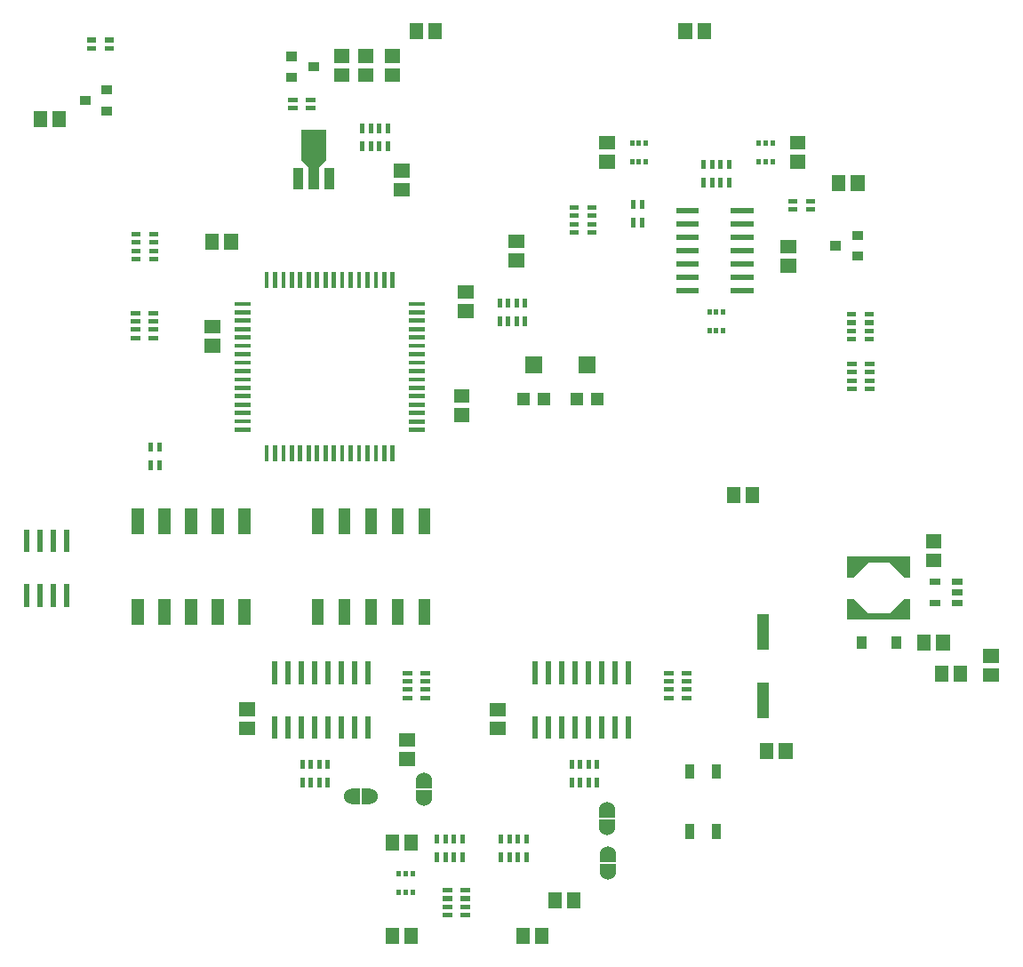
<source format=gbr>
G04 start of page 10 for group -4015 idx -4015 *
G04 Title: (unknown), toppaste *
G04 Creator: pcb 20140316 *
G04 CreationDate: Sat 17 Sep 2016 09:25:40 PM GMT UTC *
G04 For: ndholmes *
G04 Format: Gerber/RS-274X *
G04 PCB-Dimensions (mil): 3900.00 3600.00 *
G04 PCB-Coordinate-Origin: lower left *
%MOIN*%
%FSLAX25Y25*%
%LNTOPPASTE*%
%ADD125R,0.0300X0.0300*%
%ADD124C,0.0600*%
%ADD123R,0.0240X0.0240*%
%ADD122R,0.0230X0.0230*%
%ADD121R,0.0360X0.0360*%
%ADD120R,0.0630X0.0630*%
%ADD119R,0.0470X0.0470*%
%ADD118R,0.0157X0.0157*%
%ADD117C,0.0001*%
%ADD116R,0.0945X0.0945*%
%ADD115R,0.0378X0.0378*%
%ADD114R,0.0440X0.0440*%
%ADD113R,0.0430X0.0430*%
%ADD112R,0.0310X0.0310*%
%ADD111R,0.0165X0.0165*%
%ADD110R,0.0200X0.0200*%
%ADD109R,0.0340X0.0340*%
%ADD108R,0.0167X0.0167*%
%ADD107R,0.0512X0.0512*%
G54D107*X155021Y297586D02*X155807D01*
X155021Y290500D02*X155807D01*
X132650Y340543D02*X133436D01*
X132650Y333457D02*X133436D01*
X299543Y80393D02*Y79607D01*
X292457Y80393D02*Y79607D01*
X157107Y76957D02*X157893D01*
X157107Y84043D02*X157893D01*
G54D108*X150224Y314283D02*Y312413D01*
X147075Y314283D02*Y312413D01*
X143925Y314283D02*Y312413D01*
X140776Y314283D02*Y312413D01*
Y307587D02*Y305717D01*
X143925Y307587D02*Y305717D01*
X147075Y307587D02*Y305717D01*
X150224Y307587D02*Y305717D01*
G54D107*X159043Y10893D02*Y10107D01*
X151957Y10893D02*Y10107D01*
X159043Y45893D02*Y45107D01*
X151957Y45893D02*Y45107D01*
G54D108*X61413Y234776D02*X63283D01*
X61413Y237925D02*X63283D01*
X61413Y241075D02*X63283D01*
X61413Y244224D02*X63283D01*
X54717D02*X56587D01*
X54717Y241075D02*X56587D01*
X54717Y237925D02*X56587D01*
X54717Y234776D02*X56587D01*
G54D109*X114000Y340400D02*X114600D01*
X114000Y332600D02*X114600D01*
X122200Y336500D02*X122800D01*
X44700Y320000D02*X45300D01*
X44700Y327800D02*X45300D01*
X36500Y323900D02*X37100D01*
G54D108*X38217Y346575D02*X40087D01*
X38217Y343425D02*X40087D01*
X44913D02*X46783D01*
X44913Y346575D02*X46783D01*
X113717Y324075D02*X115587D01*
X113717Y320925D02*X115587D01*
X120413D02*X122283D01*
X120413Y324075D02*X122283D01*
G54D107*X198107Y271000D02*X198893D01*
X198107Y263914D02*X198893D01*
G54D108*X163413Y99776D02*X165283D01*
X163413Y102925D02*X165283D01*
X163413Y106075D02*X165283D01*
X163413Y109224D02*X165283D01*
X156717D02*X158587D01*
X156717Y106075D02*X158587D01*
X156717Y102925D02*X158587D01*
X156717Y99776D02*X158587D01*
G54D107*X97107Y88457D02*X97893D01*
X97107Y95543D02*X97893D01*
G54D110*X108000Y92000D02*Y85500D01*
X113000Y92000D02*Y85500D01*
X118000Y92000D02*Y85500D01*
X123000Y92000D02*Y85500D01*
X128000Y92000D02*Y85500D01*
X133000Y92000D02*Y85500D01*
X138000Y92000D02*Y85500D01*
X143000Y92000D02*Y85500D01*
Y112500D02*Y106000D01*
X138000Y112500D02*Y106000D01*
X133000Y112500D02*Y106000D01*
X128000Y112500D02*Y106000D01*
X123000Y112500D02*Y106000D01*
X118000Y112500D02*Y106000D01*
X113000Y112500D02*Y106000D01*
X108000Y112500D02*Y106000D01*
G54D107*X351414Y120893D02*Y120107D01*
X358500Y120893D02*Y120107D01*
G54D108*X202224Y47783D02*Y45913D01*
X199075Y47783D02*Y45913D01*
X195925Y47783D02*Y45913D01*
X192776Y47783D02*Y45913D01*
Y41087D02*Y39217D01*
X195925Y41087D02*Y39217D01*
X199075Y41087D02*Y39217D01*
X202224Y41087D02*Y39217D01*
X178224Y47783D02*Y45913D01*
X175075Y47783D02*Y45913D01*
X171925Y47783D02*Y45913D01*
X168776Y47783D02*Y45913D01*
Y41087D02*Y39217D01*
X171925Y41087D02*Y39217D01*
X175075Y41087D02*Y39217D01*
X178224Y41087D02*Y39217D01*
G54D107*X151607Y340586D02*X152393D01*
X151607Y333500D02*X152393D01*
G54D108*X61565Y264351D02*X63435D01*
X61565Y267500D02*X63435D01*
X61565Y270650D02*X63435D01*
X61565Y273799D02*X63435D01*
X54869D02*X56739D01*
X54869Y270650D02*X56739D01*
X54869Y267500D02*X56739D01*
X54869Y264351D02*X56739D01*
G54D107*X319414Y293393D02*Y292607D01*
X326500Y293393D02*Y292607D01*
X141607Y340543D02*X142393D01*
X141607Y333457D02*X142393D01*
G54D108*X201724Y248783D02*Y246913D01*
X198575Y248783D02*Y246913D01*
X195425Y248783D02*Y246913D01*
X192276Y248783D02*Y246913D01*
Y242087D02*Y240217D01*
X195425Y242087D02*Y240217D01*
X198575Y242087D02*Y240217D01*
X201724Y242087D02*Y240217D01*
G54D107*X300107Y269000D02*X300893D01*
X300107Y261914D02*X300893D01*
X177607Y205914D02*X178393D01*
X177607Y213000D02*X178393D01*
X160957Y350350D02*Y349564D01*
X168043Y350350D02*Y349564D01*
X261914Y350393D02*Y349607D01*
X269000Y350393D02*Y349607D01*
X303607Y308043D02*X304393D01*
X303607Y300957D02*X304393D01*
G54D108*X225985Y274400D02*X227855D01*
X225985Y277549D02*X227855D01*
X225985Y280699D02*X227855D01*
X225985Y283848D02*X227855D01*
X219289D02*X221159D01*
X219289Y280699D02*X221159D01*
X219289Y277549D02*X221159D01*
X219289Y274400D02*X221159D01*
G54D111*X270940Y237713D02*Y237260D01*
X273500Y237713D02*Y237260D01*
X276060Y237713D02*Y237260D01*
Y244740D02*Y244287D01*
X273500Y244740D02*Y244287D01*
X270940Y244740D02*Y244287D01*
X241940Y301213D02*Y300760D01*
X244500Y301213D02*Y300760D01*
X247060Y301213D02*Y300760D01*
Y308240D02*Y307787D01*
X244500Y308240D02*Y307787D01*
X241940Y308240D02*Y307787D01*
G54D108*X307913Y282925D02*X309783D01*
X307913Y286075D02*X309783D01*
X301217D02*X303087D01*
X301217Y282925D02*X303087D01*
G54D110*X280000Y252500D02*X286500D01*
X280000Y257500D02*X286500D01*
X280000Y262500D02*X286500D01*
X280000Y267500D02*X286500D01*
X280000Y272500D02*X286500D01*
X280000Y277500D02*X286500D01*
X280000Y282500D02*X286500D01*
X259500D02*X266000D01*
X259500Y277500D02*X266000D01*
X259500Y272500D02*X266000D01*
X259500Y267500D02*X266000D01*
X259500Y262500D02*X266000D01*
X259500Y257500D02*X266000D01*
X259500Y252500D02*X266000D01*
G54D108*X278224Y300783D02*Y298913D01*
X275075Y300783D02*Y298913D01*
X271925Y300783D02*Y298913D01*
X268776Y300783D02*Y298913D01*
Y294087D02*Y292217D01*
X271925Y294087D02*Y292217D01*
X275075Y294087D02*Y292217D01*
X278224Y294087D02*Y292217D01*
G54D107*X232107Y308000D02*X232893D01*
X232107Y300914D02*X232893D01*
G54D108*X127724Y75783D02*Y73913D01*
X124575Y75783D02*Y73913D01*
X121425Y75783D02*Y73913D01*
X118276Y75783D02*Y73913D01*
Y69087D02*Y67217D01*
X121425Y69087D02*Y67217D01*
X124575Y69087D02*Y67217D01*
X127724Y69087D02*Y67217D01*
G54D112*X263500Y50950D02*Y48550D01*
X273500Y50950D02*Y48550D01*
Y73450D02*Y71050D01*
X263500Y73450D02*Y71050D01*
G54D107*X191107Y88414D02*X191893D01*
X191107Y95500D02*X191893D01*
G54D110*X205500Y92000D02*Y85500D01*
X210500Y92000D02*Y85500D01*
X215500Y92000D02*Y85500D01*
X220500Y92000D02*Y85500D01*
X225500Y92000D02*Y85500D01*
X230500Y92000D02*Y85500D01*
X235500Y92000D02*Y85500D01*
X240500Y92000D02*Y85500D01*
Y112500D02*Y106000D01*
X235500Y112500D02*Y106000D01*
X230500Y112500D02*Y106000D01*
X225500Y112500D02*Y106000D01*
X220500Y112500D02*Y106000D01*
X215500Y112500D02*Y106000D01*
X210500Y112500D02*Y106000D01*
X205500Y112500D02*Y106000D01*
G54D108*X261413Y99776D02*X263283D01*
X261413Y102925D02*X263283D01*
X261413Y106075D02*X263283D01*
X261413Y109224D02*X263283D01*
X254717D02*X256587D01*
X254717Y106075D02*X256587D01*
X254717Y102925D02*X256587D01*
X254717Y99776D02*X256587D01*
X228724Y75783D02*Y73913D01*
X225575Y75783D02*Y73913D01*
X222425Y75783D02*Y73913D01*
X219276Y75783D02*Y73913D01*
Y69087D02*Y67217D01*
X222425Y69087D02*Y67217D01*
X225575Y69087D02*Y67217D01*
X228724Y69087D02*Y67217D01*
G54D113*X291000Y103500D02*Y94500D01*
Y129100D02*Y120000D01*
G54D114*X124000Y134650D02*Y129450D01*
Y168550D02*Y163350D01*
X134000Y134650D02*Y129450D01*
Y168550D02*Y163350D01*
X144000Y134650D02*Y129450D01*
Y168550D02*Y163350D01*
X154000Y134650D02*Y129450D01*
Y168550D02*Y163350D01*
X164000Y134650D02*Y129450D01*
Y168550D02*Y163350D01*
G54D107*X84107Y239043D02*X84893D01*
X84107Y231957D02*X84893D01*
X279957Y176393D02*Y175607D01*
X287043Y176393D02*Y175607D01*
X179107Y244957D02*X179893D01*
X179107Y252043D02*X179893D01*
X84457Y271393D02*Y270607D01*
X91543Y271393D02*Y270607D01*
G54D115*X116594Y296689D02*Y292595D01*
X122500Y304405D02*Y292595D01*
G54D116*Y308029D02*Y306139D01*
G54D117*G36*
X119195Y302834D02*X122035Y299994D01*
X120615Y298574D01*
X117775Y301414D01*
X119195Y302834D01*
G37*
G36*
X122965Y299994D02*X125805Y302834D01*
X127225Y301414D01*
X124385Y298574D01*
X122965Y299994D01*
G37*
G54D115*X128406Y296689D02*Y292595D01*
G54D118*X152122Y258772D02*Y254346D01*
X148973Y258772D02*Y254346D01*
X145823Y258772D02*Y254346D01*
X142674Y258772D02*Y254346D01*
X139524Y258772D02*Y254346D01*
X136374Y258772D02*Y254346D01*
X133225Y258772D02*Y254346D01*
X130075Y258772D02*Y254346D01*
X126926Y258772D02*Y254346D01*
X123776Y258772D02*Y254346D01*
X120626Y258772D02*Y254346D01*
X117477Y258772D02*Y254346D01*
X114327Y258772D02*Y254346D01*
X111178Y258772D02*Y254346D01*
X108028Y258772D02*Y254346D01*
X104878Y258772D02*Y254346D01*
X93728Y247622D02*X98154D01*
X93728Y244473D02*X98154D01*
X93728Y241323D02*X98154D01*
X93728Y238174D02*X98154D01*
X93728Y235024D02*X98154D01*
X93728Y231874D02*X98154D01*
X93728Y228725D02*X98154D01*
X93728Y225575D02*X98154D01*
X93728Y222426D02*X98154D01*
X93728Y219276D02*X98154D01*
X93728Y216126D02*X98154D01*
X93728Y212977D02*X98154D01*
X93728Y209827D02*X98154D01*
X93728Y206678D02*X98154D01*
X93728Y203528D02*X98154D01*
X93728Y200378D02*X98154D01*
X104878Y193654D02*Y189228D01*
X108027Y193654D02*Y189228D01*
X111177Y193654D02*Y189228D01*
X114326Y193654D02*Y189228D01*
X117476Y193654D02*Y189228D01*
X120626Y193654D02*Y189228D01*
X123775Y193654D02*Y189228D01*
X126925Y193654D02*Y189228D01*
X130074Y193654D02*Y189228D01*
X133224Y193654D02*Y189228D01*
X136374Y193654D02*Y189228D01*
X139523Y193654D02*Y189228D01*
X142673Y193654D02*Y189228D01*
X145822Y193654D02*Y189228D01*
X148972Y193654D02*Y189228D01*
X152122Y193654D02*Y189228D01*
X158846Y200378D02*X163272D01*
X158846Y203527D02*X163272D01*
X158846Y206677D02*X163272D01*
X158846Y209826D02*X163272D01*
X158846Y212976D02*X163272D01*
X158846Y216126D02*X163272D01*
X158846Y219275D02*X163272D01*
X158846Y222425D02*X163272D01*
X158846Y225574D02*X163272D01*
X158846Y228724D02*X163272D01*
X158846Y231874D02*X163272D01*
X158846Y235023D02*X163272D01*
X158846Y238173D02*X163272D01*
X158846Y241322D02*X163272D01*
X158846Y244472D02*X163272D01*
X158846Y247622D02*X163272D01*
G54D111*X289440Y301213D02*Y300760D01*
X292000Y301213D02*Y300760D01*
X294560Y301213D02*Y300760D01*
Y308240D02*Y307787D01*
X292000Y308240D02*Y307787D01*
X289440Y308240D02*Y307787D01*
G54D108*X323369Y225149D02*X325239D01*
X323369Y222000D02*X325239D01*
X323369Y218850D02*X325239D01*
X323369Y215701D02*X325239D01*
X330065D02*X331935D01*
X330065Y218850D02*X331935D01*
X330065Y222000D02*X331935D01*
X330065Y225149D02*X331935D01*
X323217Y243724D02*X325087D01*
X323217Y240575D02*X325087D01*
X323217Y237425D02*X325087D01*
X323217Y234276D02*X325087D01*
X329913D02*X331783D01*
X329913Y237425D02*X331783D01*
X329913Y240575D02*X331783D01*
X329913Y243724D02*X331783D01*
X61425Y188087D02*Y186217D01*
X64575Y188087D02*Y186217D01*
Y194783D02*Y192913D01*
X61425Y194783D02*Y192913D01*
G54D119*X201099Y211950D02*X201100D01*
X208900D02*X208901D01*
G54D120*X205000Y224750D02*X205001D01*
G54D119*X221099Y211950D02*X221100D01*
X228900D02*X228901D01*
G54D120*X225000Y224750D02*X225001D01*
G54D108*X242425Y279087D02*Y277217D01*
X245575Y279087D02*Y277217D01*
Y285783D02*Y283913D01*
X242425Y285783D02*Y283913D01*
G54D114*X56500Y134650D02*Y129450D01*
Y168550D02*Y163350D01*
X66500Y134650D02*Y129450D01*
Y168550D02*Y163350D01*
X76500Y134650D02*Y129450D01*
Y168550D02*Y163350D01*
X86500Y134650D02*Y129450D01*
Y168550D02*Y163350D01*
X96500Y134650D02*Y129450D01*
Y168550D02*Y163350D01*
G54D107*X19957Y317393D02*Y316607D01*
X27043Y317393D02*Y316607D01*
X208043Y10893D02*Y10107D01*
X200957Y10893D02*Y10107D01*
G54D110*X30000Y162000D02*Y155500D01*
X25000Y162000D02*Y155500D01*
X20000Y162000D02*Y155500D01*
X15000Y162000D02*Y155500D01*
Y141500D02*Y135000D01*
X20000Y141500D02*Y135000D01*
X25000Y141500D02*Y135000D01*
X30000Y141500D02*Y135000D01*
G54D107*X376107Y115543D02*X376893D01*
X376107Y108457D02*X376893D01*
X365043Y109393D02*Y108607D01*
X357957Y109393D02*Y108607D01*
G54D121*X328000Y121100D02*Y119900D01*
X340900Y121100D02*Y119900D01*
G54D122*X323800Y151700D02*X345200D01*
X323800D02*Y146100D01*
X345200Y151700D02*Y146100D01*
X323800Y130300D02*X345200D01*
X323800Y135900D02*Y130300D01*
X345200Y135900D02*Y130300D01*
G54D117*G36*
X322829Y147077D02*X328423Y152671D01*
X330544Y150550D01*
X324950Y144956D01*
X322829Y147077D01*
G37*
G36*
X340577Y152671D02*X346171Y147077D01*
X344050Y144956D01*
X338456Y150550D01*
X340577Y152671D01*
G37*
G36*
X324950Y137044D02*X330544Y131450D01*
X328423Y129329D01*
X322829Y134923D01*
X324950Y137044D01*
G37*
G36*
X338456Y131450D02*X344050Y137044D01*
X346171Y134923D01*
X340577Y129329D01*
X338456Y131450D01*
G37*
G36*
X323150Y152350D02*Y148750D01*
X326750D01*
Y152350D01*
X323150D01*
G37*
G36*
X342250D02*Y148750D01*
X345850D01*
Y152350D01*
X342250D01*
G37*
G36*
X323150Y133250D02*Y129650D01*
X326750D01*
Y133250D01*
X323150D01*
G37*
G36*
X342250D02*Y129650D01*
X345850D01*
Y133250D01*
X342250D01*
G37*
G54D123*X354700Y143300D02*X356300D01*
X354700Y135500D02*X356300D01*
X362900D02*X364500D01*
X362900Y139400D02*X364500D01*
X362900Y143300D02*X364500D01*
G54D109*X326200Y265500D02*X326800D01*
X326200Y273300D02*X326800D01*
X318000Y269400D02*X318600D01*
G54D124*X233000Y34600D03*
G54D125*X231500Y36100D02*X234500D01*
G54D124*X233000Y41400D03*
G54D125*X231500Y39900D02*X234500D01*
G54D124*X164000Y69000D03*
G54D125*X162500Y67500D02*X165500D01*
G54D124*X164000Y62200D03*
G54D125*X162500Y63700D02*X165500D01*
G54D124*X136700Y63000D03*
G54D125*X138200Y64500D02*Y61500D01*
G54D124*X143500Y63000D03*
G54D125*X142000Y64500D02*Y61500D01*
G54D124*X232500Y51200D03*
G54D125*X231000Y52700D02*X234000D01*
G54D124*X232500Y58000D03*
G54D125*X231000Y56500D02*X234000D01*
G54D107*X354607Y151457D02*X355393D01*
X354607Y158543D02*X355393D01*
G54D111*X154440Y27213D02*Y26760D01*
X157000Y27213D02*Y26760D01*
X159560Y27213D02*Y26760D01*
Y34240D02*Y33787D01*
X157000Y34240D02*Y33787D01*
X154440Y34240D02*Y33787D01*
G54D108*X178413Y18276D02*X180283D01*
X178413Y21425D02*X180283D01*
X178413Y24575D02*X180283D01*
X178413Y27724D02*X180283D01*
X171717D02*X173587D01*
X171717Y24575D02*X173587D01*
X171717Y21425D02*X173587D01*
X171717Y18276D02*X173587D01*
G54D107*X212957Y24393D02*Y23607D01*
X220043Y24393D02*Y23607D01*
M02*

</source>
